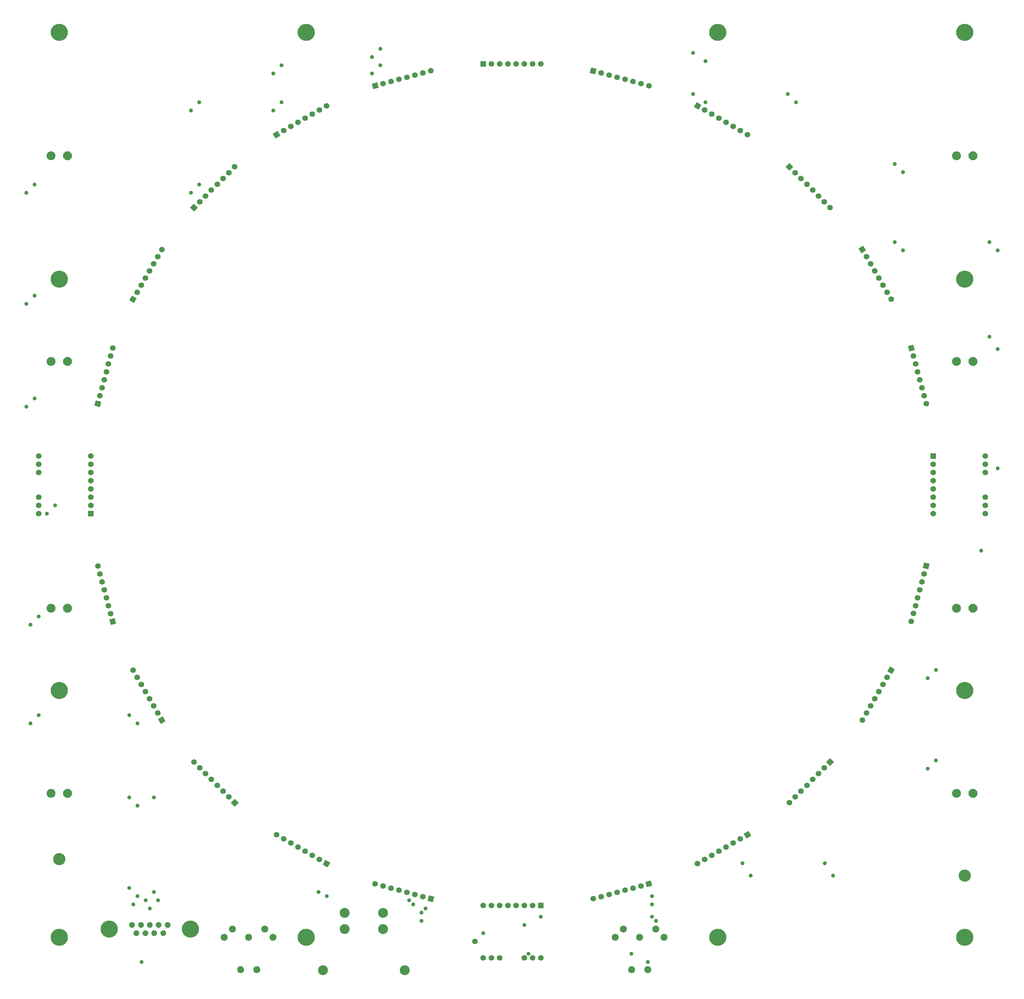
<source format=gts>
G75*
G70*
%OFA0B0*%
%FSLAX24Y24*%
%IPPOS*%
%LPD*%
%AMOC8*
5,1,8,0,0,1.08239X$1,22.5*
%
%ADD10C,0.2080*%
%ADD11R,0.0680X0.0680*%
%ADD12C,0.0680*%
%ADD13R,0.0680X0.0680*%
%ADD14OC8,0.0680*%
%ADD15C,0.0848*%
%ADD16C,0.1080*%
%ADD17OC8,0.1080*%
%ADD18C,0.1205*%
%ADD19C,0.0480*%
%ADD20C,0.1480*%
D10*
X005160Y009131D03*
X011230Y010131D03*
X021090Y010131D03*
X035160Y009131D03*
X005160Y039131D03*
X005160Y089131D03*
X005160Y119131D03*
X035160Y119131D03*
X085160Y119131D03*
X115160Y119131D03*
X115160Y089131D03*
X115160Y039131D03*
X115160Y009131D03*
X085160Y009131D03*
D11*
X063660Y012978D03*
X111313Y067631D03*
X056660Y115284D03*
X009007Y060631D03*
D12*
X009007Y061631D03*
X009007Y062631D03*
X009007Y063631D03*
X009007Y064631D03*
X009007Y065631D03*
X009007Y066631D03*
X009007Y067631D03*
X002660Y067631D03*
X002660Y066631D03*
X002660Y065631D03*
X002660Y062631D03*
X002660Y061631D03*
X002660Y060631D03*
X009844Y054272D03*
X010103Y053306D03*
X010362Y052340D03*
X010620Y051374D03*
X010879Y050408D03*
X011138Y049442D03*
X011397Y048476D03*
X014110Y041585D03*
X014610Y040719D03*
X015110Y039853D03*
X015610Y038987D03*
X016110Y038121D03*
X016610Y037255D03*
X017110Y036389D03*
X021514Y030435D03*
X022221Y029728D03*
X022928Y029021D03*
X023635Y028314D03*
X024342Y027607D03*
X025050Y026899D03*
X025757Y026192D03*
X031552Y021581D03*
X032418Y021081D03*
X033284Y020581D03*
X034150Y020081D03*
X035016Y019581D03*
X035882Y019081D03*
X036748Y018581D03*
X043540Y015627D03*
X044506Y015368D03*
X045472Y015109D03*
X046438Y014851D03*
X047404Y014592D03*
X048370Y014333D03*
X049336Y014074D03*
X055660Y008631D03*
X056660Y006631D03*
X057660Y006631D03*
X058660Y006631D03*
X061660Y006631D03*
X062660Y006631D03*
X063660Y006631D03*
X062660Y012978D03*
X061660Y012978D03*
X060660Y012978D03*
X059660Y012978D03*
X058660Y012978D03*
X057660Y012978D03*
X056660Y012978D03*
X070019Y013815D03*
X070985Y014074D03*
X071951Y014333D03*
X072917Y014591D03*
X073883Y014850D03*
X074849Y015109D03*
X075815Y015368D03*
X082706Y018081D03*
X083572Y018581D03*
X084438Y019081D03*
X085304Y019581D03*
X086170Y020081D03*
X087036Y020581D03*
X087902Y021081D03*
X093856Y025485D03*
X094563Y026192D03*
X095270Y026899D03*
X095977Y027606D03*
X096684Y028313D03*
X097391Y029021D03*
X098099Y029728D03*
X102710Y035523D03*
X103210Y036389D03*
X103710Y037255D03*
X104210Y038121D03*
X104710Y038987D03*
X105210Y039853D03*
X105710Y040719D03*
X108664Y047511D03*
X108923Y048477D03*
X109182Y049443D03*
X109440Y050409D03*
X109699Y051375D03*
X109958Y052341D03*
X110217Y053307D03*
X111313Y060631D03*
X111313Y061631D03*
X111313Y062631D03*
X111313Y063631D03*
X111313Y064631D03*
X111313Y065631D03*
X111313Y066631D03*
X117660Y066631D03*
X117660Y065631D03*
X117660Y067631D03*
X117660Y062631D03*
X117660Y061631D03*
X117660Y060631D03*
X110476Y073990D03*
X110217Y074956D03*
X109958Y075922D03*
X109699Y076888D03*
X109441Y077854D03*
X109182Y078820D03*
X108923Y079786D03*
X106210Y086677D03*
X105710Y087543D03*
X105210Y088409D03*
X104710Y089275D03*
X104210Y090141D03*
X103710Y091007D03*
X103210Y091873D03*
X098806Y097827D03*
X098099Y098534D03*
X097392Y099241D03*
X096685Y099948D03*
X095978Y100655D03*
X095270Y101363D03*
X094563Y102070D03*
X088768Y106681D03*
X087902Y107181D03*
X087036Y107681D03*
X086170Y108181D03*
X085304Y108681D03*
X084438Y109181D03*
X083572Y109681D03*
X076780Y112635D03*
X075814Y112894D03*
X074848Y113153D03*
X073882Y113411D03*
X072916Y113670D03*
X071950Y113929D03*
X070984Y114188D03*
X063660Y115284D03*
X062660Y115284D03*
X061660Y115284D03*
X060660Y115284D03*
X059660Y115284D03*
X058660Y115284D03*
X057660Y115284D03*
X050301Y114447D03*
X049335Y114188D03*
X048369Y113929D03*
X047403Y113671D03*
X046437Y113412D03*
X045471Y113153D03*
X044505Y112894D03*
X037614Y110181D03*
X036748Y109681D03*
X035882Y109181D03*
X035016Y108681D03*
X034150Y108181D03*
X033284Y107681D03*
X032418Y107181D03*
X026464Y102777D03*
X025757Y102070D03*
X025050Y101363D03*
X024343Y100656D03*
X023636Y099949D03*
X022928Y099241D03*
X022221Y098534D03*
X017610Y092739D03*
X017110Y091873D03*
X016610Y091007D03*
X016110Y090141D03*
X015610Y089275D03*
X015110Y088409D03*
X014610Y087543D03*
X011656Y080751D03*
X011397Y079785D03*
X011138Y078819D03*
X010879Y077853D03*
X010621Y076887D03*
X010362Y075921D03*
X010103Y074955D03*
D13*
G36*
X009604Y074406D02*
X010260Y074230D01*
X010084Y073574D01*
X009428Y073750D01*
X009604Y074406D01*
G37*
G36*
X013986Y087141D02*
X014574Y086801D01*
X014234Y086213D01*
X013646Y086553D01*
X013986Y087141D01*
G37*
G36*
X021514Y098307D02*
X021994Y097827D01*
X021514Y097347D01*
X021034Y097827D01*
X021514Y098307D01*
G37*
G36*
X031676Y107145D02*
X032016Y106557D01*
X031428Y106217D01*
X031088Y106805D01*
X031676Y107145D01*
G37*
G36*
X043779Y113051D02*
X043955Y112395D01*
X043299Y112219D01*
X043123Y112875D01*
X043779Y113051D01*
G37*
G36*
X070435Y114687D02*
X070259Y114031D01*
X069603Y114207D01*
X069779Y114863D01*
X070435Y114687D01*
G37*
G36*
X083170Y110305D02*
X082830Y109717D01*
X082242Y110057D01*
X082582Y110645D01*
X083170Y110305D01*
G37*
G36*
X094336Y102777D02*
X093856Y102297D01*
X093376Y102777D01*
X093856Y103257D01*
X094336Y102777D01*
G37*
G36*
X103174Y092615D02*
X102586Y092275D01*
X102246Y092863D01*
X102834Y093203D01*
X103174Y092615D01*
G37*
G36*
X109080Y080511D02*
X108424Y080335D01*
X108248Y080991D01*
X108904Y081167D01*
X109080Y080511D01*
G37*
G36*
X110716Y053856D02*
X110060Y054032D01*
X110236Y054688D01*
X110892Y054512D01*
X110716Y053856D01*
G37*
G36*
X106334Y041121D02*
X105746Y041461D01*
X106086Y042049D01*
X106674Y041709D01*
X106334Y041121D01*
G37*
G36*
X098806Y029955D02*
X098326Y030435D01*
X098806Y030915D01*
X099286Y030435D01*
X098806Y029955D01*
G37*
G36*
X088644Y021117D02*
X088304Y021705D01*
X088892Y022045D01*
X089232Y021457D01*
X088644Y021117D01*
G37*
G36*
X076540Y015211D02*
X076364Y015867D01*
X077020Y016043D01*
X077196Y015387D01*
X076540Y015211D01*
G37*
G36*
X049885Y013575D02*
X050061Y014231D01*
X050717Y014055D01*
X050541Y013399D01*
X049885Y013575D01*
G37*
G36*
X037150Y017957D02*
X037490Y018545D01*
X038078Y018205D01*
X037738Y017617D01*
X037150Y017957D01*
G37*
G36*
X025984Y025485D02*
X026464Y025965D01*
X026944Y025485D01*
X026464Y025005D01*
X025984Y025485D01*
G37*
G36*
X017146Y035647D02*
X017734Y035987D01*
X018074Y035399D01*
X017486Y035059D01*
X017146Y035647D01*
G37*
G36*
X011240Y047751D02*
X011896Y047927D01*
X012072Y047271D01*
X011416Y047095D01*
X011240Y047751D01*
G37*
D14*
X014000Y010631D03*
X015080Y010631D03*
X016160Y010631D03*
X017240Y010631D03*
X018320Y010631D03*
X017780Y009631D03*
X016700Y009631D03*
X015620Y009631D03*
X014540Y009631D03*
D15*
X025207Y009131D03*
X026191Y010115D03*
X028160Y009131D03*
X030129Y010115D03*
X031113Y009131D03*
X029144Y005194D03*
X027176Y005194D03*
X072707Y009131D03*
X073691Y010115D03*
X075660Y009131D03*
X077629Y010115D03*
X078613Y009131D03*
X076644Y005194D03*
X074676Y005194D03*
D16*
X114160Y026631D03*
X114160Y049131D03*
X114160Y079131D03*
X114160Y104131D03*
X004160Y104131D03*
X004160Y079131D03*
X004160Y049131D03*
X004160Y026631D03*
D17*
X006160Y026631D03*
X006160Y049131D03*
X006160Y079131D03*
X006160Y104131D03*
X116160Y104131D03*
X116160Y079131D03*
X116160Y049131D03*
X116160Y026631D03*
D18*
X047140Y005121D03*
X044500Y010131D03*
X044500Y012081D03*
X039820Y012081D03*
X039820Y010131D03*
X037180Y005121D03*
D19*
X037660Y014131D03*
X036660Y014631D03*
X047660Y013631D03*
X048160Y013131D03*
X049160Y012131D03*
X049660Y012631D03*
X049160Y011131D03*
X056660Y009631D03*
X061660Y010631D03*
X063660Y011631D03*
X062160Y007131D03*
X074660Y007131D03*
X076660Y006131D03*
X077660Y011131D03*
X077160Y011631D03*
X077160Y013131D03*
X077160Y014131D03*
X088160Y018131D03*
X089160Y016631D03*
X098160Y018131D03*
X099160Y016631D03*
X110660Y029631D03*
X111660Y030631D03*
X110660Y040631D03*
X111660Y041631D03*
X117160Y056131D03*
X119160Y066131D03*
X119160Y080631D03*
X118160Y082131D03*
X119160Y092631D03*
X118160Y093631D03*
X107660Y092631D03*
X106660Y093631D03*
X107660Y102131D03*
X106660Y103131D03*
X094660Y110631D03*
X093660Y111631D03*
X083660Y110631D03*
X082160Y111631D03*
X083660Y115631D03*
X082160Y116631D03*
X044160Y117131D03*
X043160Y116131D03*
X044160Y115131D03*
X043160Y114131D03*
X032160Y115131D03*
X031160Y114131D03*
X032160Y110631D03*
X031160Y109631D03*
X022160Y110631D03*
X021160Y109631D03*
X022160Y100631D03*
X021160Y099631D03*
X002160Y100631D03*
X001160Y099631D03*
X002160Y087131D03*
X001160Y086131D03*
X002160Y074631D03*
X001160Y073631D03*
X004660Y061631D03*
X003660Y060631D03*
X002660Y048131D03*
X001660Y047131D03*
X002660Y036131D03*
X001660Y035131D03*
X013660Y036131D03*
X014660Y035131D03*
X013660Y026131D03*
X014660Y025131D03*
X016660Y026131D03*
X013660Y015131D03*
X014660Y014131D03*
X014160Y013131D03*
X015660Y013631D03*
X016160Y012631D03*
X017160Y013631D03*
X016660Y014631D03*
X015160Y006131D03*
D20*
X005160Y018631D03*
X115160Y016631D03*
M02*

</source>
